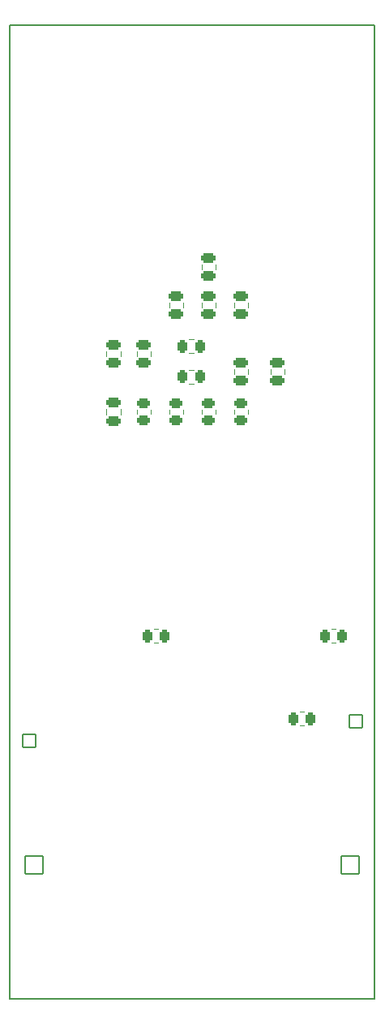
<source format=gbo>
G04 #@! TF.GenerationSoftware,KiCad,Pcbnew,9.0.6*
G04 #@! TF.CreationDate,2025-12-24T12:42:27-06:00*
G04 #@! TF.ProjectId,TVC,5456432e-6b69-4636-9164-5f7063625858,rev?*
G04 #@! TF.SameCoordinates,Original*
G04 #@! TF.FileFunction,Legend,Bot*
G04 #@! TF.FilePolarity,Positive*
%FSLAX46Y46*%
G04 Gerber Fmt 4.6, Leading zero omitted, Abs format (unit mm)*
G04 Created by KiCad (PCBNEW 9.0.6) date 2025-12-24 12:42:27*
%MOMM*%
%LPD*%
G01*
G04 APERTURE LIST*
G04 Aperture macros list*
%AMRoundRect*
0 Rectangle with rounded corners*
0 $1 Rounding radius*
0 $2 $3 $4 $5 $6 $7 $8 $9 X,Y pos of 4 corners*
0 Add a 4 corners polygon primitive as box body*
4,1,4,$2,$3,$4,$5,$6,$7,$8,$9,$2,$3,0*
0 Add four circle primitives for the rounded corners*
1,1,$1+$1,$2,$3*
1,1,$1+$1,$4,$5*
1,1,$1+$1,$6,$7*
1,1,$1+$1,$8,$9*
0 Add four rect primitives between the rounded corners*
20,1,$1+$1,$2,$3,$4,$5,0*
20,1,$1+$1,$4,$5,$6,$7,0*
20,1,$1+$1,$6,$7,$8,$9,0*
20,1,$1+$1,$8,$9,$2,$3,0*%
G04 Aperture macros list end*
%ADD10C,0.120000*%
%ADD11C,2.154000*%
%ADD12C,7.000000*%
%ADD13RoundRect,0.102000X-0.654000X0.654000X-0.654000X-0.654000X0.654000X-0.654000X0.654000X0.654000X0*%
%ADD14C,1.512000*%
%ADD15R,2.420000X5.080000*%
%ADD16C,1.600000*%
%ADD17RoundRect,0.102000X0.937500X-0.937500X0.937500X0.937500X-0.937500X0.937500X-0.937500X-0.937500X0*%
%ADD18C,2.079000*%
%ADD19RoundRect,0.102000X0.654000X-0.654000X0.654000X0.654000X-0.654000X0.654000X-0.654000X-0.654000X0*%
%ADD20RoundRect,0.250000X-0.475000X0.250000X-0.475000X-0.250000X0.475000X-0.250000X0.475000X0.250000X0*%
%ADD21RoundRect,0.250000X0.475000X-0.250000X0.475000X0.250000X-0.475000X0.250000X-0.475000X-0.250000X0*%
%ADD22RoundRect,0.250000X-0.262500X-0.450000X0.262500X-0.450000X0.262500X0.450000X-0.262500X0.450000X0*%
%ADD23RoundRect,0.250000X0.450000X-0.262500X0.450000X0.262500X-0.450000X0.262500X-0.450000X-0.262500X0*%
%ADD24RoundRect,0.250000X0.262500X0.450000X-0.262500X0.450000X-0.262500X-0.450000X0.262500X-0.450000X0*%
G04 #@! TA.AperFunction,Profile*
%ADD25C,0.200000*%
G04 #@! TD*
G04 APERTURE END LIST*
D10*
X148519584Y-79113748D02*
X148519584Y-79636252D01*
X149989584Y-79113748D02*
X149989584Y-79636252D01*
X141746250Y-84716252D02*
X141746250Y-84193748D01*
X143216250Y-84716252D02*
X143216250Y-84193748D01*
X148519584Y-75699252D02*
X148519584Y-75176748D01*
X149989584Y-75699252D02*
X149989584Y-75176748D01*
X147207186Y-86133000D02*
X147661314Y-86133000D01*
X147207186Y-87603000D02*
X147661314Y-87603000D01*
X151906250Y-79113748D02*
X151906250Y-79636252D01*
X153376250Y-79113748D02*
X153376250Y-79636252D01*
X138571250Y-90788752D02*
X138571250Y-90266248D01*
X140041250Y-90788752D02*
X140041250Y-90266248D01*
X143524186Y-113184000D02*
X143978314Y-113184000D01*
X143524186Y-114654000D02*
X143978314Y-114654000D01*
X147207186Y-82958000D02*
X147661314Y-82958000D01*
X147207186Y-84428000D02*
X147661314Y-84428000D01*
X151906250Y-90754564D02*
X151906250Y-90300436D01*
X153376250Y-90754564D02*
X153376250Y-90300436D01*
X145132917Y-79113748D02*
X145132917Y-79636252D01*
X146602917Y-79113748D02*
X146602917Y-79636252D01*
X151906250Y-86098748D02*
X151906250Y-86621252D01*
X153376250Y-86098748D02*
X153376250Y-86621252D01*
X138571250Y-84716252D02*
X138571250Y-84193748D01*
X140041250Y-84716252D02*
X140041250Y-84193748D01*
X145132917Y-90754564D02*
X145132917Y-90300436D01*
X146602917Y-90754564D02*
X146602917Y-90300436D01*
X148519583Y-90754564D02*
X148519583Y-90300436D01*
X149989583Y-90754564D02*
X149989583Y-90300436D01*
X155716250Y-86621252D02*
X155716250Y-86098748D01*
X157186250Y-86621252D02*
X157186250Y-86098748D01*
X141746250Y-90754564D02*
X141746250Y-90300436D01*
X143216250Y-90754564D02*
X143216250Y-90300436D01*
X159218314Y-121820000D02*
X158764186Y-121820000D01*
X159218314Y-123290000D02*
X158764186Y-123290000D01*
X162066186Y-113184000D02*
X162520314Y-113184000D01*
X162066186Y-114654000D02*
X162520314Y-114654000D01*
%LPC*%
D11*
X162814000Y-101640000D03*
X162814000Y-106640000D03*
X162814000Y-76160000D03*
X162814000Y-71160000D03*
X132321250Y-106640000D03*
X132321250Y-101640000D03*
D12*
X132956250Y-54610000D03*
D13*
X130501250Y-124825000D03*
D14*
X130501250Y-122825000D03*
D15*
X151921250Y-53415000D03*
X143161250Y-53415000D03*
D16*
X155181250Y-150495000D03*
X155181250Y-147955000D03*
X155181250Y-145415000D03*
X155181250Y-142875000D03*
X155181250Y-140335000D03*
X155181250Y-137795000D03*
X155181250Y-135255000D03*
X155181250Y-132715000D03*
X155181250Y-130175000D03*
X155181250Y-127635000D03*
X155181250Y-125095000D03*
X155181250Y-122555000D03*
X155181250Y-120015000D03*
X155181250Y-117475000D03*
X152641250Y-117475000D03*
X150101250Y-117475000D03*
X147561250Y-117475000D03*
X145021250Y-117475000D03*
X142481250Y-117475000D03*
X139941250Y-117475000D03*
X139941250Y-120015000D03*
X139941250Y-122555000D03*
X139941250Y-125095000D03*
X139941250Y-127635000D03*
X139941250Y-130175000D03*
X139941250Y-132715000D03*
X139941250Y-135255000D03*
X139941250Y-137795000D03*
X139941250Y-140335000D03*
X139941250Y-142875000D03*
X139941250Y-145415000D03*
X139941250Y-147955000D03*
X139941250Y-150495000D03*
X142481250Y-147955000D03*
X142481250Y-122555000D03*
X142481250Y-125095000D03*
X145021250Y-122555000D03*
X145021250Y-125095000D03*
X147561250Y-122555000D03*
X147561250Y-125095000D03*
X150101250Y-122555000D03*
X150101250Y-125095000D03*
X152641250Y-122555000D03*
X152641250Y-125095000D03*
D12*
X162166250Y-54610000D03*
X162166250Y-147320000D03*
D11*
X132321250Y-76160000D03*
X132321250Y-71160000D03*
D17*
X131051250Y-137795000D03*
D18*
X131051250Y-135255000D03*
X131051250Y-132715000D03*
D12*
X132956250Y-147320000D03*
D17*
X164071250Y-137795000D03*
D18*
X164071250Y-135255000D03*
X164071250Y-132715000D03*
D19*
X164621250Y-122825000D03*
D14*
X164621250Y-124825000D03*
D20*
X149254584Y-78425000D03*
X149254584Y-80325000D03*
D21*
X142481250Y-85405000D03*
X142481250Y-83505000D03*
X149254584Y-76388000D03*
X149254584Y-74488000D03*
D22*
X146521750Y-86868000D03*
X148346750Y-86868000D03*
D20*
X152641250Y-78425000D03*
X152641250Y-80325000D03*
D21*
X139306250Y-91477500D03*
X139306250Y-89577500D03*
D22*
X142838750Y-113919000D03*
X144663750Y-113919000D03*
X146521750Y-83693000D03*
X148346750Y-83693000D03*
D23*
X152641250Y-91440000D03*
X152641250Y-89615000D03*
D20*
X145867917Y-78425000D03*
X145867917Y-80325000D03*
X152641250Y-85410000D03*
X152641250Y-87310000D03*
D21*
X139306250Y-85405000D03*
X139306250Y-83505000D03*
D23*
X145867917Y-91440000D03*
X145867917Y-89615000D03*
X149254583Y-91440000D03*
X149254583Y-89615000D03*
D21*
X156451250Y-87310000D03*
X156451250Y-85410000D03*
D23*
X142481250Y-91440000D03*
X142481250Y-89615000D03*
D24*
X159903750Y-122555000D03*
X158078750Y-122555000D03*
D22*
X161380750Y-113919000D03*
X163205750Y-113919000D03*
%LPD*%
D25*
X128511250Y-50165000D02*
X166611250Y-50165000D01*
X166611250Y-151765000D01*
X128511250Y-151765000D01*
X128511250Y-50165000D01*
M02*

</source>
